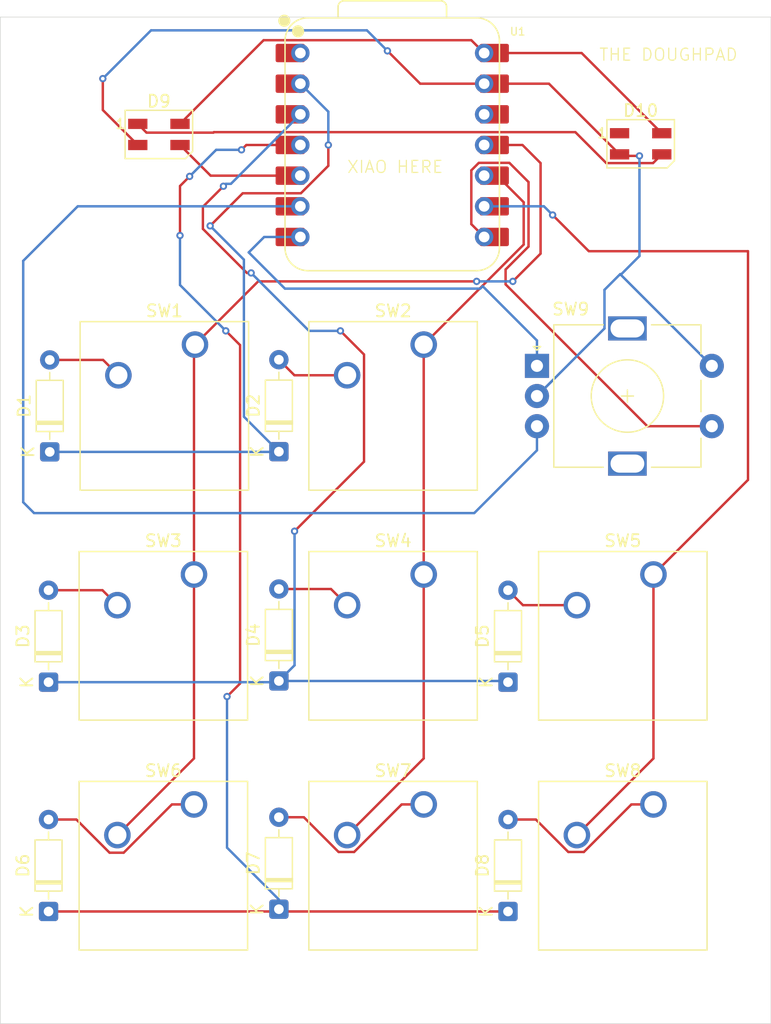
<source format=kicad_pcb>
(kicad_pcb (version 20241229) (generator "pcbnew") (generator_version "9.0")
  (layers (0 "F.Cu" signal) (2 "B.Cu" signal) (13 "F.Paste" user) (15 "B.Paste" user) (5 "F.SilkS" user "F.Silkscreen") (7 "B.SilkS" user "B.Silkscreen") (1 "F.Mask" user) (3 "B.Mask" user) (25 "Edge.Cuts" user))
  (net 0 "")
  (net 1 "Net-(D1-A)")
  (net 2 "Net-(D1-K)")
  (net 3 "Net-(D2-A)")
  (net 4 "Net-(D3-K)")
  (net 5 "Net-(D3-A)")
  (net 6 "Net-(D4-A)")
  (net 7 "Net-(D5-A)")
  (net 8 "Net-(D6-K)")
  (net 9 "Net-(D6-A)")
  (net 10 "Net-(D7-A)")
  (net 11 "Net-(D8-A)")
  (net 12 "Net-(D10-DIN)")
  (net 13 "Net-(D9-DIN)")
  (net 14 "+5V")
  (net 15 "GND")
  (net 17 "Net-(U1-GPIO3{slash}MOSI)")
  (net 18 "Net-(U1-GPIO4{slash}MISO)")
  (net 19 "Net-(U1-GPIO2{slash}SCK)")
  (net 20 "Net-(U1-GPIO7{slash}SCL)")
  (net 21 "Net-(U1-GPIO0{slash}TX)")
  (net 22 "Net-(U1-GPIO1{slash}RX)")
  (footprint "Diode_THT:D_DO-35_SOD27_P7.62mm_Horizontal" (layer "F.Cu") (at 118.8 115.71 90)
    (property "Reference" "D2" (at 3.81 -2.12 90) (layer "F.SilkS"))
    (property "Value" "1N5408")
    (fp_line (start 2.53 -1.12) (end 2.53 1.12) (stroke (width 0.12)) (layer "F.SilkS"))
    (fp_line (start 2.41 -1.12) (end 2.41 1.12) (stroke (width 0.12)) (layer "F.SilkS"))
    (fp_line (start 2.29 -1.12) (end 2.29 1.12) (stroke (width 0.12)) (layer "F.SilkS"))
    (fp_line (start 6.58 0) (end 5.93 0) (stroke (width 0.12)) (layer "F.SilkS"))
    (fp_line (start 1.04 0) (end 1.69 0) (stroke (width 0.12)) (layer "F.SilkS"))
    (fp_rect (start 1.69 -1.12) (end 5.93 1.12) (stroke (width 0.12)) (fill no) (layer "F.SilkS"))
    (fp_text user "K" (at 0 -1.8 90) (layer "F.SilkS"))
    (pad "1" thru_hole roundrect (at 0 0 90) (size 1.6 1.6) (drill 0.8) (layers "*.Cu" "*.Mask") (roundrect_rratio 0.15625) (net 2 "Net-(D1-K)"))
    (pad "2" thru_hole circle (at 7.62 0 90) (size 1.6 1.6) (drill 0.8) (layers "*.Cu" "*.Mask") (net 3 "Net-(D2-A)"))
  )
  (footprint "LED_SMD:LED_SK6812MINI_PLCC4_3.5x3.5mm_P1.75mm" (layer "F.Cu") (at 148.8 90.2)
    (property "Reference" "D10" (at 0 -2.75 0) (layer "F.SilkS"))
    (property "Value" "SK6812MINI")
    (fp_line (start -2.8 -2) (end -2.8 2) (stroke (width 0.12)) (layer "F.SilkS"))
    (fp_line (start -2.8 -2) (end 2.8 -2) (stroke (width 0.12)) (layer "F.SilkS"))
    (fp_line (start -2.8 2) (end 2.2 2) (stroke (width 0.12)) (layer "F.SilkS"))
    (fp_line (start 2.8 1.4) (end 2.2 2) (stroke (width 0.12)) (layer "F.SilkS"))
    (fp_line (start 2.8 1.4) (end 2.8 -2) (stroke (width 0.12)) (layer "F.SilkS"))
    (fp_text user "1" (at -3.2 -0.875 0) (layer "F.SilkS") (effects (font (size 0.8 0.8))))
    (pad "1" smd rect (at -1.75 -0.875) (size 1.6 0.85) (layers "F.Cu" "F.Mask" "F.Paste"))
    (pad "2" smd rect (at -1.75 0.875) (size 1.6 0.85) (layers "F.Cu" "F.Mask" "F.Paste") (net 15 "GND"))
    (pad "3" smd rect (at 1.75 0.875) (size 1.6 0.85) (layers "F.Cu" "F.Mask" "F.Paste") (net 12 "Net-(D10-DIN)"))
    (pad "4" smd rect (at 1.75 -0.875) (size 1.6 0.85) (layers "F.Cu" "F.Mask" "F.Paste") (net 14 "+5V"))
  )
  (footprint "Button_Switch_Keyboard:SW_Cherry_MX_1.00u_PCB" (layer "F.Cu") (at 111.8435 106.83875)
    (property "Reference" "SW1" (at -2.54 -2.794 0) (layer "F.SilkS"))
    (property "Value" "SW_Push")
    (fp_line (start -9.525 -1.905) (end 4.445 -1.905) (stroke (width 0.12)) (layer "F.SilkS"))
    (fp_line (start -9.525 12.065) (end -9.525 -1.905) (stroke (width 0.12)) (layer "F.SilkS"))
    (fp_line (start 4.445 -1.905) (end 4.445 12.065) (stroke (width 0.12)) (layer "F.SilkS"))
    (fp_line (start 4.445 12.065) (end -9.525 12.065) (stroke (width 0.12)) (layer "F.SilkS"))
    (pad "" np_thru_hole circle (at -7.62 5.08) (size 1.7 1.7) (drill 1.7) (layers "*.Cu" "*.Mask"))
    (pad "" np_thru_hole circle (at -2.54 5.08) (size 4 4) (drill 4) (layers "*.Cu" "*.Mask"))
    (pad "" np_thru_hole circle (at 2.54 5.08) (size 1.7 1.7) (drill 1.7) (layers "*.Cu" "*.Mask"))
    (pad "1" thru_hole circle (at 0 0) (size 2.2 2.2) (drill 1.5) (layers "*.Cu" "*.Mask") (net 17 "Net-(U1-GPIO3{slash}MOSI)"))
    (pad "2" thru_hole circle (at -6.35 2.54) (size 2.2 2.2) (drill 1.5) (layers "*.Cu" "*.Mask") (net 1 "Net-(D1-A)"))
  )
  (footprint "Diode_THT:D_DO-35_SOD27_P7.62mm_Horizontal" (layer "F.Cu") (at 99.8 115.72875 90)
    (property "Reference" "D1" (at 3.81 -2.12 90) (layer "F.SilkS"))
    (property "Value" "1N5408")
    (fp_line (start 2.53 -1.12) (end 2.53 1.12) (stroke (width 0.12)) (layer "F.SilkS"))
    (fp_line (start 2.41 -1.12) (end 2.41 1.12) (stroke (width 0.12)) (layer "F.SilkS"))
    (fp_line (start 2.29 -1.12) (end 2.29 1.12) (stroke (width 0.12)) (layer "F.SilkS"))
    (fp_line (start 6.58 0) (end 5.93 0) (stroke (width 0.12)) (layer "F.SilkS"))
    (fp_line (start 1.04 0) (end 1.69 0) (stroke (width 0.12)) (layer "F.SilkS"))
    (fp_rect (start 1.69 -1.12) (end 5.93 1.12) (stroke (width 0.12)) (fill no) (layer "F.SilkS"))
    (fp_text user "K" (at 0 -1.8 90) (layer "F.SilkS"))
    (pad "1" thru_hole roundrect (at 0 0 90) (size 1.6 1.6) (drill 0.8) (layers "*.Cu" "*.Mask") (roundrect_rratio 0.15625) (net 2 "Net-(D1-K)"))
    (pad "2" thru_hole circle (at 7.62 0 90) (size 1.6 1.6) (drill 0.8) (layers "*.Cu" "*.Mask") (net 1 "Net-(D1-A)"))
  )
  (footprint "LED_SMD:LED_SK6812MINI_PLCC4_3.5x3.5mm_P1.75mm" (layer "F.Cu") (at 108.85 89.425)
    (property "Reference" "D9" (at 0 -2.75 0) (layer "F.SilkS"))
    (property "Value" "SK6812MINI")
    (fp_line (start -2.8 -2) (end -2.8 2) (stroke (width 0.12)) (layer "F.SilkS"))
    (fp_line (start -2.8 -2) (end 2.8 -2) (stroke (width 0.12)) (layer "F.SilkS"))
    (fp_line (start -2.8 2) (end 2.2 2) (stroke (width 0.12)) (layer "F.SilkS"))
    (fp_line (start 2.8 1.4) (end 2.2 2) (stroke (width 0.12)) (layer "F.SilkS"))
    (fp_line (start 2.8 1.4) (end 2.8 -2) (stroke (width 0.12)) (layer "F.SilkS"))
    (fp_text user "1" (at -3.2 -0.875 0) (layer "F.SilkS") (effects (font (size 0.8 0.8))))
    (pad "1" smd rect (at -1.75 -0.875) (size 1.6 0.85) (layers "F.Cu" "F.Mask" "F.Paste") (net 12 "Net-(D10-DIN)"))
    (pad "2" smd rect (at -1.75 0.875) (size 1.6 0.85) (layers "F.Cu" "F.Mask" "F.Paste") (net 15 "GND"))
    (pad "3" smd rect (at 1.75 0.875) (size 1.6 0.85) (layers "F.Cu" "F.Mask" "F.Paste") (net 13 "Net-(D9-DIN)"))
    (pad "4" smd rect (at 1.75 -0.875) (size 1.6 0.85) (layers "F.Cu" "F.Mask" "F.Paste") (net 14 "+5V"))
  )
  (footprint "Diode_THT:D_DO-35_SOD27_P7.62mm_Horizontal" (layer "F.Cu") (at 137.8 134.81 90)
    (property "Reference" "D5" (at 3.81 -2.12 90) (layer "F.SilkS"))
    (property "Value" "1N5408")
    (fp_line (start 2.53 -1.12) (end 2.53 1.12) (stroke (width 0.12)) (layer "F.SilkS"))
    (fp_line (start 2.41 -1.12) (end 2.41 1.12) (stroke (width 0.12)) (layer "F.SilkS"))
    (fp_line (start 2.29 -1.12) (end 2.29 1.12) (stroke (width 0.12)) (layer "F.SilkS"))
    (fp_line (start 6.58 0) (end 5.93 0) (stroke (width 0.12)) (layer "F.SilkS"))
    (fp_line (start 1.04 0) (end 1.69 0) (stroke (width 0.12)) (layer "F.SilkS"))
    (fp_rect (start 1.69 -1.12) (end 5.93 1.12) (stroke (width 0.12)) (fill no) (layer "F.SilkS"))
    (fp_text user "K" (at 0 -1.8 90) (layer "F.SilkS"))
    (pad "1" thru_hole roundrect (at 0 0 90) (size 1.6 1.6) (drill 0.8) (layers "*.Cu" "*.Mask") (roundrect_rratio 0.15625) (net 4 "Net-(D3-K)"))
    (pad "2" thru_hole circle (at 7.62 0 90) (size 1.6 1.6) (drill 0.8) (layers "*.Cu" "*.Mask") (net 7 "Net-(D5-A)"))
  )
  (footprint "Button_Switch_Keyboard:SW_Cherry_MX_1.00u_PCB" (layer "F.Cu") (at 111.76 144.93875)
    (property "Reference" "SW6" (at -2.54 -2.794 0) (layer "F.SilkS"))
    (property "Value" "SW_Push")
    (fp_line (start -9.525 -1.905) (end 4.445 -1.905) (stroke (width 0.12)) (layer "F.SilkS"))
    (fp_line (start -9.525 12.065) (end -9.525 -1.905) (stroke (width 0.12)) (layer "F.SilkS"))
    (fp_line (start 4.445 -1.905) (end 4.445 12.065) (stroke (width 0.12)) (layer "F.SilkS"))
    (fp_line (start 4.445 12.065) (end -9.525 12.065) (stroke (width 0.12)) (layer "F.SilkS"))
    (pad "" np_thru_hole circle (at -7.62 5.08) (size 1.7 1.7) (drill 1.7) (layers "*.Cu" "*.Mask"))
    (pad "" np_thru_hole circle (at -2.54 5.08) (size 4 4) (drill 4) (layers "*.Cu" "*.Mask"))
    (pad "" np_thru_hole circle (at 2.54 5.08) (size 1.7 1.7) (drill 1.7) (layers "*.Cu" "*.Mask"))
    (pad "1" thru_hole circle (at 0 0) (size 2.2 2.2) (drill 1.5) (layers "*.Cu" "*.Mask") (net 9 "Net-(D6-A)"))
    (pad "2" thru_hole circle (at -6.35 2.54) (size 2.2 2.2) (drill 1.5) (layers "*.Cu" "*.Mask") (net 17 "Net-(U1-GPIO3{slash}MOSI)"))
  )
  (footprint "Diode_THT:D_DO-35_SOD27_P7.62mm_Horizontal" (layer "F.Cu") (at 118.8 153.62 90)
    (property "Reference" "D7" (at 3.81 -2.12 90) (layer "F.SilkS"))
    (property "Value" "1N5408")
    (fp_line (start 2.53 -1.12) (end 2.53 1.12) (stroke (width 0.12)) (layer "F.SilkS"))
    (fp_line (start 2.41 -1.12) (end 2.41 1.12) (stroke (width 0.12)) (layer "F.SilkS"))
    (fp_line (start 2.29 -1.12) (end 2.29 1.12) (stroke (width 0.12)) (layer "F.SilkS"))
    (fp_line (start 6.58 0) (end 5.93 0) (stroke (width 0.12)) (layer "F.SilkS"))
    (fp_line (start 1.04 0) (end 1.69 0) (stroke (width 0.12)) (layer "F.SilkS"))
    (fp_rect (start 1.69 -1.12) (end 5.93 1.12) (stroke (width 0.12)) (fill no) (layer "F.SilkS"))
    (fp_text user "K" (at 0 -1.8 90) (layer "F.SilkS"))
    (pad "1" thru_hole roundrect (at 0 0 90) (size 1.6 1.6) (drill 0.8) (layers "*.Cu" "*.Mask") (roundrect_rratio 0.15625) (net 8 "Net-(D6-K)"))
    (pad "2" thru_hole circle (at 7.62 0 90) (size 1.6 1.6) (drill 0.8) (layers "*.Cu" "*.Mask") (net 10 "Net-(D7-A)"))
  )
  (footprint "Button_Switch_Keyboard:SW_Cherry_MX_1.00u_PCB" (layer "F.Cu") (at 111.76 125.88875)
    (property "Reference" "SW3" (at -2.54 -2.794 0) (layer "F.SilkS"))
    (property "Value" "SW_Push")
    (fp_line (start -9.525 -1.905) (end 4.445 -1.905) (stroke (width 0.12)) (layer "F.SilkS"))
    (fp_line (start -9.525 12.065) (end -9.525 -1.905) (stroke (width 0.12)) (layer "F.SilkS"))
    (fp_line (start 4.445 -1.905) (end 4.445 12.065) (stroke (width 0.12)) (layer "F.SilkS"))
    (fp_line (start 4.445 12.065) (end -9.525 12.065) (stroke (width 0.12)) (layer "F.SilkS"))
    (pad "" np_thru_hole circle (at -7.62 5.08) (size 1.7 1.7) (drill 1.7) (layers "*.Cu" "*.Mask"))
    (pad "" np_thru_hole circle (at -2.54 5.08) (size 4 4) (drill 4) (layers "*.Cu" "*.Mask"))
    (pad "" np_thru_hole circle (at 2.54 5.08) (size 1.7 1.7) (drill 1.7) (layers "*.Cu" "*.Mask"))
    (pad "1" thru_hole circle (at 0 0) (size 2.2 2.2) (drill 1.5) (layers "*.Cu" "*.Mask") (net 17 "Net-(U1-GPIO3{slash}MOSI)"))
    (pad "2" thru_hole circle (at -6.35 2.54) (size 2.2 2.2) (drill 1.5) (layers "*.Cu" "*.Mask") (net 5 "Net-(D3-A)"))
  )
  (footprint "Button_Switch_Keyboard:SW_Cherry_MX_1.00u_PCB" (layer "F.Cu") (at 130.81 144.93875)
    (property "Reference" "SW7" (at -2.54 -2.794 0) (layer "F.SilkS"))
    (property "Value" "SW_Push")
    (fp_line (start -9.525 -1.905) (end 4.445 -1.905) (stroke (width 0.12)) (layer "F.SilkS"))
    (fp_line (start -9.525 12.065) (end -9.525 -1.905) (stroke (width 0.12)) (layer "F.SilkS"))
    (fp_line (start 4.445 -1.905) (end 4.445 12.065) (stroke (width 0.12)) (layer "F.SilkS"))
    (fp_line (start 4.445 12.065) (end -9.525 12.065) (stroke (width 0.12)) (layer "F.SilkS"))
    (pad "" np_thru_hole circle (at -7.62 5.08) (size 1.7 1.7) (drill 1.7) (layers "*.Cu" "*.Mask"))
    (pad "" np_thru_hole circle (at -2.54 5.08) (size 4 4) (drill 4) (layers "*.Cu" "*.Mask"))
    (pad "" np_thru_hole circle (at 2.54 5.08) (size 1.7 1.7) (drill 1.7) (layers "*.Cu" "*.Mask"))
    (pad "1" thru_hole circle (at 0 0) (size 2.2 2.2) (drill 1.5) (layers "*.Cu" "*.Mask") (net 10 "Net-(D7-A)"))
    (pad "2" thru_hole circle (at -6.35 2.54) (size 2.2 2.2) (drill 1.5) (layers "*.Cu" "*.Mask") (net 18 "Net-(U1-GPIO4{slash}MISO)"))
  )
  (footprint "OPL:XIAO-RP2040-DIP" (layer "F.Cu") (at 128.2 90.3)
    (property "Reference" "U1" (at 10.4 -9.4 0) (layer "F.SilkS") (effects (font (size 0.635 0.635) (thickness 0.1016))))
    (property "Value" "XIAO-RP2040-DIP")
    (fp_line (start -8.89 8.509) (end -8.89 -8.636) (stroke (width 0.127)) (layer "F.SilkS"))
    (fp_line (start -6.985 10.414) (end 6.985 10.414) (stroke (width 0.127)) (layer "F.SilkS"))
    (fp_line (start -4.495 -10.541) (end -4.491272 -11.451272) (stroke (width 0.127)) (layer "F.SilkS"))
    (fp_line (start -3.991272 -11.951) (end 4.004 -11.951) (stroke (width 0.127)) (layer "F.SilkS"))
    (fp_line (start 4.504 -11.451) (end 4.504 -10.541) (stroke (width 0.127)) (layer "F.SilkS"))
    (fp_line (start 6.985 -10.541) (end -6.985 -10.541) (stroke (width 0.1)) (layer "F.SilkS"))
    (fp_line (start 6.985 -10.541) (end -6.985 -10.541) (stroke (width 0.127)) (layer "F.SilkS"))
    (fp_line (start 8.89 8.509) (end 8.89 -8.636) (stroke (width 0.127)) (layer "F.SilkS"))
    (fp_arc (start -8.89 -8.636) (mid -8.332038 -9.983038) (end -6.985 -10.541) (stroke (width 0.127)) (layer "F.SilkS"))
    (fp_arc (start -6.985 10.414) (mid -8.332038 9.856038) (end -8.89 8.509) (stroke (width 0.127)) (layer "F.SilkS"))
    (fp_arc (start -4.491272 -11.451272) (mid -4.344728 -11.80464) (end -3.991272 -11.951) (stroke (width 0.127)) (layer "F.SilkS"))
    (fp_arc (start 4.004 -11.951) (mid 4.357553 -11.804553) (end 4.504 -11.451) (stroke (width 0.127)) (layer "F.SilkS"))
    (fp_arc (start 6.985 -10.541) (mid 8.332038 -9.983038) (end 8.89 -8.636) (stroke (width 0.127)) (layer "F.SilkS"))
    (fp_arc (start 8.89 8.509) (mid 8.332038 9.856038) (end 6.985 10.414) (stroke (width 0.127)) (layer "F.SilkS"))
    (fp_circle (center -8.95 -10.3) (end -8.95 -10.554) (stroke (width 0.5)) (fill yes) (layer "F.SilkS"))
    (fp_circle (center -7.807 -9.42) (end -7.807 -9.674) (stroke (width 0.5)) (fill yes) (layer "F.SilkS"))
    (pad "1" smd roundrect (at -8.455 -7.62 180) (size 2.432 1.524) (layers "F.Cu" "F.Mask") (roundrect_rratio 0.1))
    (pad "1" thru_hole circle (at -7.62 -7.62 180) (size 1.524 1.524) (drill 0.889) (layers "*.Cu" "*.Mask"))
    (pad "2" smd roundrect (at -8.455 -5.08 180) (size 2.432 1.524) (layers "F.Cu" "F.Mask") (roundrect_rratio 0.1) (net 2 "Net-(D1-K)"))
    (pad "2" thru_hole circle (at -7.62 -5.08 180) (size 1.524 1.524) (drill 0.889) (layers "*.Cu" "*.Mask") (net 2 "Net-(D1-K)"))
    (pad "3" smd roundrect (at -8.455 -2.54 180) (size 2.432 1.524) (layers "F.Cu" "F.Mask") (roundrect_rratio 0.1) (net 4 "Net-(D3-K)"))
    (pad "3" thru_hole circle (at -7.62 -2.54 180) (size 1.524 1.524) (drill 0.889) (layers "*.Cu" "*.Mask") (net 4 "Net-(D3-K)"))
    (pad "4" smd roundrect (at -8.455 0 180) (size 2.432 1.524) (layers "F.Cu" "F.Mask") (roundrect_rratio 0.1) (net 8 "Net-(D6-K)"))
    (pad "4" thru_hole circle (at -7.62 0 180) (size 1.524 1.524) (drill 0.889) (layers "*.Cu" "*.Mask") (net 8 "Net-(D6-K)"))
    (pad "5" smd roundrect (at -8.455 2.54 180) (size 2.432 1.524) (layers "F.Cu" "F.Mask") (roundrect_rratio 0.1) (net 13 "Net-(D9-DIN)"))
    (pad "5" thru_hole circle (at -7.62 2.54 180) (size 1.524 1.524) (drill 0.889) (layers "*.Cu" "*.Mask") (net 13 "Net-(D9-DIN)"))
    (pad "6" smd roundrect (at -8.455 5.08 180) (size 2.432 1.524) (layers "F.Cu" "F.Mask") (roundrect_rratio 0.1) (net 20 "Net-(U1-GPIO7{slash}SCL)"))
    (pad "6" thru_hole circle (at -7.62 5.08 180) (size 1.524 1.524) (drill 0.889) (layers "*.Cu" "*.Mask") (net 20 "Net-(U1-GPIO7{slash}SCL)"))
    (pad "7" smd roundrect (at -8.455 7.62 180) (size 2.432 1.524) (layers "F.Cu" "F.Mask") (roundrect_rratio 0.1) (net 21 "Net-(U1-GPIO0{slash}TX)"))
    (pad "7" thru_hole circle (at -7.62 7.62 180) (size 1.524 1.524) (drill 0.889) (layers "*.Cu" "*.Mask") (net 21 "Net-(U1-GPIO0{slash}TX)"))
    (pad "8" thru_hole circle (at 7.62 7.62) (size 1.524 1.524) (drill 0.889) (layers "*.Cu" "*.Mask") (net 22 "Net-(U1-GPIO1{slash}RX)"))
    (pad "8" smd roundrect (at 8.455 7.62) (size 2.432 1.524) (layers "F.Cu" "F.Mask") (roundrect_rratio 0.1) (net 22 "Net-(U1-GPIO1{slash}RX)"))
    (pad "9" thru_hole circle (at 7.62 5.08) (size 1.524 1.524) (drill 0.889) (layers "*.Cu" "*.Mask") (net 19 "Net-(U1-GPIO2{slash}SCK)"))
    (pad "9" smd roundrect (at 8.455 5.08) (size 2.432 1.524) (layers "F.Cu" "F.Mask") (roundrect_rratio 0.1) (net 19 "Net-(U1-GPIO2{slash}SCK)"))
    (pad "10" thru_hole circle (at 7.62 2.54) (size 1.524 1.524) (drill 0.889) (layers "*.Cu" "*.Mask") (net 18 "Net-(U1-GPIO4{slash}MISO)"))
    (pad "10" smd roundrect (at 8.455 2.54) (size 2.432 1.524) (layers "F.Cu" "F.Mask") (roundrect_rratio 0.1) (net 18 "Net-(U1-GPIO4{slash}MISO)"))
    (pad "11" thru_hole circle (at 7.62 0) (size 1.524 1.524) (drill 0.889) (layers "*.Cu" "*.Mask") (net 17 "Net-(U1-GPIO3{slash}MOSI)"))
    (pad "11" smd roundrect (at 8.455 0) (size 2.432 1.524) (layers "F.Cu" "F.Mask") (roundrect_rratio 0.1) (net 17 "Net-(U1-GPIO3{slash}MOSI)"))
    (pad "12" thru_hole circle (at 7.62 -2.54) (size 1.524 1.524) (drill 0.889) (layers "*.Cu" "*.Mask"))
    (pad "12" smd roundrect (at 8.455 -2.54) (size 2.432 1.524) (layers "F.Cu" "F.Mask") (roundrect_rratio 0.1))
    (pad "13" thru_hole circle (at 7.62 -5.08) (size 1.524 1.524) (drill 0.889) (layers "*.Cu" "*.Mask") (net 15 "GND"))
    (pad "13" smd roundrect (at 8.455 -5.08) (size 2.432 1.524) (layers "F.Cu" "F.Mask") (roundrect_rratio 0.1) (net 15 "GND"))
    (pad "14" thru_hole circle (at 7.62 -7.62) (size 1.524 1.524) (drill 0.889) (layers "*.Cu" "*.Mask") (net 14 "+5V"))
    (pad "14" smd roundrect (at 8.455 -7.62) (size 2.432 1.524) (layers "F.Cu" "F.Mask") (roundrect_rratio 0.1) (net 14 "+5V"))
  )
  (footprint "Diode_THT:D_DO-35_SOD27_P7.62mm_Horizontal" (layer "F.Cu") (at 118.8 134.71 90)
    (property "Reference" "D4" (at 3.81 -2.12 90) (layer "F.SilkS"))
    (property "Value" "1N5408")
    (fp_line (start 2.53 -1.12) (end 2.53 1.12) (stroke (width 0.12)) (layer "F.SilkS"))
    (fp_line (start 2.41 -1.12) (end 2.41 1.12) (stroke (width 0.12)) (layer "F.SilkS"))
    (fp_line (start 2.29 -1.12) (end 2.29 1.12) (stroke (width 0.12)) (layer "F.SilkS"))
    (fp_line (start 6.58 0) (end 5.93 0) (stroke (width 0.12)) (layer "F.SilkS"))
    (fp_line (start 1.04 0) (end 1.69 0) (stroke (width 0.12)) (layer "F.SilkS"))
    (fp_rect (start 1.69 -1.12) (end 5.93 1.12) (stroke (width 0.12)) (fill no) (layer "F.SilkS"))
    (fp_text user "K" (at 0 -1.8 90) (layer "F.SilkS"))
    (pad "1" thru_hole roundrect (at 0 0 90) (size 1.6 1.6) (drill 0.8) (layers "*.Cu" "*.Mask") (roundrect_rratio 0.15625) (net 4 "Net-(D3-K)"))
    (pad "2" thru_hole circle (at 7.62 0 90) (size 1.6 1.6) (drill 0.8) (layers "*.Cu" "*.Mask") (net 6 "Net-(D4-A)"))
  )
  (footprint "Rotary_Encoder:RotaryEncoder_Alps_EC11E-Switch_Vertical_H20mm" (layer "F.Cu") (at 140.2 108.6)
    (property "Reference" "SW9" (at 2.8 -4.7 0) (layer "F.SilkS"))
    (property "Value" "RotaryEncoder_Switch")
    (fp_line (start -0.3 -1.6) (end 0.3 -1.6) (stroke (width 0.12)) (layer "F.SilkS"))
    (fp_line (start 0 -1.3) (end -0.3 -1.6) (stroke (width 0.12)) (layer "F.SilkS"))
    (fp_line (start 0.3 -1.6) (end 0 -1.3) (stroke (width 0.12)) (layer "F.SilkS"))
    (fp_line (start 1.4 -3.4) (end 1.4 8.4) (stroke (width 0.12)) (layer "F.SilkS"))
    (fp_line (start 5.5 -3.4) (end 1.4 -3.4) (stroke (width 0.12)) (layer "F.SilkS"))
    (fp_line (start 5.5 8.4) (end 1.4 8.4) (stroke (width 0.12)) (layer "F.SilkS"))
    (fp_line (start 7 2.5) (end 8 2.5) (stroke (width 0.12)) (layer "F.SilkS"))
    (fp_line (start 7.5 2) (end 7.5 3) (stroke (width 0.12)) (layer "F.SilkS"))
    (fp_line (start 9.5 -3.4) (end 13.6 -3.4) (stroke (width 0.12)) (layer "F.SilkS"))
    (fp_line (start 13.6 -3.4) (end 13.6 -1) (stroke (width 0.12)) (layer "F.SilkS"))
    (fp_line (start 13.6 1.2) (end 13.6 3.8) (stroke (width 0.12)) (layer "F.SilkS"))
    (fp_line (start 13.6 6) (end 13.6 8.4) (stroke (width 0.12)) (layer "F.SilkS"))
    (fp_line (start 13.6 8.4) (end 9.5 8.4) (stroke (width 0.12)) (layer "F.SilkS"))
    (fp_circle (center 7.5 2.5) (end 10.5 2.5) (stroke (width 0.12)) (fill no) (layer "F.SilkS"))
    (pad "A" thru_hole rect (at 0 0) (size 2 2) (drill 1) (layers "*.Cu" "*.Mask") (net 21 "Net-(U1-GPIO0{slash}TX)"))
    (pad "B" thru_hole circle (at 0 5) (size 2 2) (drill 1) (layers "*.Cu" "*.Mask") (net 20 "Net-(U1-GPIO7{slash}SCL)"))
    (pad "C" thru_hole circle (at 0 2.5) (size 2 2) (drill 1) (layers "*.Cu" "*.Mask") (net 15 "GND"))
    (pad "MP" thru_hole rect (at 7.5 -3.1) (size 3.2 2) (drill oval 2.8 1.5) (layers "*.Cu" "*.Mask"))
    (pad "MP" thru_hole rect (at 7.5 8.1) (size 3.2 2) (drill oval 2.8 1.5) (layers "*.Cu" "*.Mask"))
    (pad "S1" thru_hole circle (at 14.5 5) (size 2 2) (drill 1) (layers "*.Cu" "*.Mask") (net 22 "Net-(U1-GPIO1{slash}RX)"))
    (pad "S2" thru_hole circle (at 14.5 0) (size 2 2) (drill 1) (layers "*.Cu" "*.Mask") (net 15 "GND"))
  )
  (footprint "Diode_THT:D_DO-35_SOD27_P7.62mm_Horizontal" (layer "F.Cu") (at 99.7 153.81 90)
    (property "Reference" "D6" (at 3.81 -2.12 90) (layer "F.SilkS"))
    (property "Value" "1N5408")
    (fp_line (start 2.53 -1.12) (end 2.53 1.12) (stroke (width 0.12)) (layer "F.SilkS"))
    (fp_line (start 2.41 -1.12) (end 2.41 1.12) (stroke (width 0.12)) (layer "F.SilkS"))
    (fp_line (start 2.29 -1.12) (end 2.29 1.12) (stroke (width 0.12)) (layer "F.SilkS"))
    (fp_line (start 6.58 0) (end 5.93 0) (stroke (width 0.12)) (layer "F.SilkS"))
    (fp_line (start 1.04 0) (end 1.69 0) (stroke (width 0.12)) (layer "F.SilkS"))
    (fp_rect (start 1.69 -1.12) (end 5.93 1.12) (stroke (width 0.12)) (fill no) (layer "F.SilkS"))
    (fp_text user "K" (at 0 -1.8 90) (layer "F.SilkS"))
    (pad "1" thru_hole roundrect (at 0 0 90) (size 1.6 1.6) (drill 0.8) (layers "*.Cu" "*.Mask") (roundrect_rratio 0.15625) (net 8 "Net-(D6-K)"))
    (pad "2" thru_hole circle (at 7.62 0 90) (size 1.6 1.6) (drill 0.8) (layers "*.Cu" "*.Mask") (net 9 "Net-(D6-A)"))
  )
  (footprint "Button_Switch_Keyboard:SW_Cherry_MX_1.00u_PCB" (layer "F.Cu") (at 130.81 125.88875)
    (property "Reference" "SW4" (at -2.54 -2.794 0) (layer "F.SilkS"))
    (property "Value" "SW_Push")
    (fp_line (start -9.525 -1.905) (end 4.445 -1.905) (stroke (width 0.12)) (layer "F.SilkS"))
    (fp_line (start -9.525 12.065) (end -9.525 -1.905) (stroke (width 0.12)) (layer "F.SilkS"))
    (fp_line (start 4.445 -1.905) (end 4.445 12.065) (stroke (width 0.12)) (layer "F.SilkS"))
    (fp_line (start 4.445 12.065) (end -9.525 12.065) (stroke (width 0.12)) (layer "F.SilkS"))
    (pad "" np_thru_hole circle (at -7.62 5.08) (size 1.7 1.7) (drill 1.7) (layers "*.Cu" "*.Mask"))
    (pad "" np_thru_hole circle (at -2.54 5.08) (size 4 4) (drill 4) (layers "*.Cu" "*.Mask"))
    (pad "" np_thru_hole circle (at 2.54 5.08) (size 1.7 1.7) (drill 1.7) (layers "*.Cu" "*.Mask"))
    (pad "1" thru_hole circle (at 0 0) (size 2.2 2.2) (drill 1.5) (layers "*.Cu" "*.Mask") (net 18 "Net-(U1-GPIO4{slash}MISO)"))
    (pad "2" thru_hole circle (at -6.35 2.54) (size 2.2 2.2) (drill 1.5) (layers "*.Cu" "*.Mask") (net 6 "Net-(D4-A)"))
  )
  (footprint "Diode_THT:D_DO-35_SOD27_P7.62mm_Horizontal" (layer "F.Cu") (at 137.8 153.81 90)
    (property "Reference" "D8" (at 3.81 -2.12 90) (layer "F.SilkS"))
    (property "Value" "1N5408")
    (fp_line (start 2.53 -1.12) (end 2.53 1.12) (stroke (width 0.12)) (layer "F.SilkS"))
    (fp_line (start 2.41 -1.12) (end 2.41 1.12) (stroke (width 0.12)) (layer "F.SilkS"))
    (fp_line (start 2.29 -1.12) (end 2.29 1.12) (stroke (width 0.12)) (layer "F.SilkS"))
    (fp_line (start 6.58 0) (end 5.93 0) (stroke (width 0.12)) (layer "F.SilkS"))
    (fp_line (start 1.04 0) (end 1.69 0) (stroke (width 0.12)) (layer "F.SilkS"))
    (fp_rect (start 1.69 -1.12) (end 5.93 1.12) (stroke (width 0.12)) (fill no) (layer "F.SilkS"))
    (fp_text user "K" (at 0 -1.8 90) (layer "F.SilkS"))
    (pad "1" thru_hole roundrect (at 0 0 90) (size 1.6 1.6) (drill 0.8) (layers "*.Cu" "*.Mask") (roundrect_rratio 0.15625) (net 8 "Net-(D6-K)"))
    (pad "2" thru_hole circle (at 7.62 0 90) (size 1.6 1.6) (drill 0.8) (layers "*.Cu" "*.Mask") (net 11 "Net-(D8-A)"))
  )
  (footprint "Button_Switch_Keyboard:SW_Cherry_MX_1.00u_PCB" (layer "F.Cu") (at 149.86 144.93875)
    (property "Reference" "SW8" (at -2.54 -2.794 0) (layer "F.SilkS"))
    (property "Value" "SW_Push")
    (fp_line (start -9.525 -1.905) (end 4.445 -1.905) (stroke (width 0.12)) (layer "F.SilkS"))
    (fp_line (start -9.525 12.065) (end -9.525 -1.905) (stroke (width 0.12)) (layer "F.SilkS"))
    (fp_line (start 4.445 -1.905) (end 4.445 12.065) (stroke (width 0.12)) (layer "F.SilkS"))
    (fp_line (start 4.445 12.065) (end -9.525 12.065) (stroke (width 0.12)) (layer "F.SilkS"))
    (pad "" np_thru_hole circle (at -7.62 5.08) (size 1.7 1.7) (drill 1.7) (layers "*.Cu" "*.Mask"))
    (pad "" np_thru_hole circle (at -2.54 5.08) (size 4 4) (drill 4) (layers "*.Cu" "*.Mask"))
    (pad "" np_thru_hole circle (at 2.54 5.08) (size 1.7 1.7) (drill 1.7) (layers "*.Cu" "*.Mask"))
    (pad "1" thru_hole circle (at 0 0) (size 2.2 2.2) (drill 1.5) (layers "*.Cu" "*.Mask") (net 11 "Net-(D8-A)"))
    (pad "2" thru_hole circle (at -6.35 2.54) (size 2.2 2.2) (drill 1.5) (layers "*.Cu" "*.Mask") (net 19 "Net-(U1-GPIO2{slash}SCK)"))
  )
  (footprint "Diode_THT:D_DO-35_SOD27_P7.62mm_Horizontal" (layer "F.Cu") (at 99.7 134.81 90)
    (property "Reference" "D3" (at 3.81 -2.12 90) (layer "F.SilkS"))
    (property "Value" "1N5408")
    (fp_line (start 2.53 -1.12) (end 2.53 1.12) (stroke (width 0.12)) (layer "F.SilkS"))
    (fp_line (start 2.41 -1.12) (end 2.41 1.12) (stroke (width 0.12)) (layer "F.SilkS"))
    (fp_line (start 2.29 -1.12) (end 2.29 1.12) (stroke (width 0.12)) (layer "F.SilkS"))
    (fp_line (start 6.58 0) (end 5.93 0) (stroke (width 0.12)) (layer "F.SilkS"))
    (fp_line (start 1.04 0) (end 1.69 0) (stroke (width 0.12)) (layer "F.SilkS"))
    (fp_rect (start 1.69 -1.12) (end 5.93 1.12) (stroke (width 0.12)) (fill no) (layer "F.SilkS"))
    (fp_text user "K" (at 0 -1.8 90) (layer "F.SilkS"))
    (pad "1" thru_hole roundrect (at 0 0 90) (size 1.6 1.6) (drill 0.8) (layers "*.Cu" "*.Mask") (roundrect_rratio 0.15625) (net 4 "Net-(D3-K)"))
    (pad "2" thru_hole circle (at 7.62 0 90) (size 1.6 1.6) (drill 0.8) (layers "*.Cu" "*.Mask") (net 5 "Net-(D3-A)"))
  )
  (footprint "Button_Switch_Keyboard:SW_Cherry_MX_1.00u_PCB" (layer "F.Cu") (at 130.81 106.83875)
    (property "Reference" "SW2" (at -2.54 -2.794 0) (layer "F.SilkS"))
    (property "Value" "SW_Push")
    (fp_line (start -9.525 -1.905) (end 4.445 -1.905) (stroke (width 0.12)) (layer "F.SilkS"))
    (fp_line (start -9.525 12.065) (end -9.525 -1.905) (stroke (width 0.12)) (layer "F.SilkS"))
    (fp_line (start 4.445 -1.905) (end 4.445 12.065) (stroke (width 0.12)) (layer "F.SilkS"))
    (fp_line (start 4.445 12.065) (end -9.525 12.065) (stroke (width 0.12)) (layer "F.SilkS"))
    (pad "" np_thru_hole circle (at -7.62 5.08) (size 1.7 1.7) (drill 1.7) (layers "*.Cu" "*.Mask"))
    (pad "" np_thru_hole circle (at -2.54 5.08) (size 4 4) (drill 4) (layers "*.Cu" "*.Mask"))
    (pad "" np_thru_hole circle (at 2.54 5.08) (size 1.7 1.7) (drill 1.7) (layers "*.Cu" "*.Mask"))
    (pad "1" thru_hole circle (at 0 0) (size 2.2 2.2) (drill 1.5) (layers "*.Cu" "*.Mask") (net 18 "Net-(U1-GPIO4{slash}MISO)"))
    (pad "2" thru_hole circle (at -6.35 2.54) (size 2.2 2.2) (drill 1.5) (layers "*.Cu" "*.Mask") (net 3 "Net-(D2-A)"))
  )
  (footprint "Button_Switch_Keyboard:SW_Cherry_MX_1.00u_PCB" (layer "F.Cu") (at 149.86 125.88875)
    (property "Reference" "SW5" (at -2.54 -2.794 0) (layer "F.SilkS"))
    (property "Value" "SW_Push")
    (fp_line (start -9.525 -1.905) (end 4.445 -1.905) (stroke (width 0.12)) (layer "F.SilkS"))
    (fp_line (start -9.525 12.065) (end -9.525 -1.905) (stroke (width 0.12)) (layer "F.SilkS"))
    (fp_line (start 4.445 -1.905) (end 4.445 12.065) (stroke (width 0.12)) (layer "F.SilkS"))
    (fp_line (start 4.445 12.065) (end -9.525 12.065) (stroke (width 0.12)) (layer "F.SilkS"))
    (pad "" np_thru_hole circle (at -7.62 5.08) (size 1.7 1.7) (drill 1.7) (layers "*.Cu" "*.Mask"))
    (pad "" np_thru_hole circle (at -2.54 5.08) (size 4 4) (drill 4) (layers "*.Cu" "*.Mask"))
    (pad "" np_thru_hole circle (at 2.54 5.08) (size 1.7 1.7) (drill 1.7) (layers "*.Cu" "*.Mask"))
    (pad "1" thru_hole circle (at 0 0) (size 2.2 2.2) (drill 1.5) (layers "*.Cu" "*.Mask") (net 19 "Net-(U1-GPIO2{slash}SCK)"))
    (pad "2" thru_hole circle (at -6.35 2.54) (size 2.2 2.2) (drill 1.5) (layers "*.Cu" "*.Mask") (net 7 "Net-(D5-A)"))
  )
  (gr_rect (start 95.7 79.7) (end 159.6 163.1) (stroke (width 0.05)) (fill no) (layer "Edge.Cuts"))
  (gr_text "XIAO HERE" (at 124.4 92.7 0) (layer "F.SilkS") (effects (font (size 1 1) (thickness 0.1)) (justify left bottom)))
  (gr_text "THE DOUGHPAD" (at 145.3 83.4 0) (layer "F.SilkS") (effects (font (size 1 1) (thickness 0.1)) (justify left bottom)))
  (segment (start 99.8 108.10875) (end 104.2235 108.10875) (width 0.2) (layer "F.Cu") (net 1))
  (segment (start 104.2235 108.10875) (end 105.4935 109.37875) (width 0.2) (layer "F.Cu") (net 1))
  (segment (start 120.62331 94.3) (end 122.9 92.02331) (width 0.2) (layer "F.Cu") (net 2))
  (segment (start 115.8 94.3) (end 120.62331 94.3) (width 0.2) (layer "F.Cu") (net 2))
  (segment (start 122.9 92.02331) (end 122.9 90.3) (width 0.2) (layer "F.Cu") (net 2))
  (segment (start 113.1 97) (end 115.8 94.3) (width 0.2) (layer "F.Cu") (net 2))
  (via (at 113.1 97) (size 0.6) (drill 0.3) (layers "F.Cu" "B.Cu") (net 2))
  (via (at 122.9 90.3) (size 0.6) (drill 0.3) (layers "F.Cu" "B.Cu") (net 2))
  (segment (start 115.899 99.799) (end 113.1 97) (width 0.2) (layer "B.Cu") (net 2))
  (segment (start 115.899 112.809) (end 115.899 99.799) (width 0.2) (layer "B.Cu") (net 2))
  (segment (start 122.9 90.3) (end 122.9 87.54) (width 0.2) (layer "B.Cu") (net 2))
  (segment (start 122.9 87.54) (end 120.58 85.22) (width 0.2) (layer "B.Cu") (net 2))
  (segment (start 118.8 115.71) (end 115.899 112.809) (width 0.2) (layer "B.Cu") (net 2))
  (segment (start 118.78125 115.72875) (end 118.8 115.71) (width 0.2) (layer "B.Cu") (net 2))
  (segment (start 99.8 115.72875) (end 118.78125 115.72875) (width 0.2) (layer "B.Cu") (net 2))
  (segment (start 120.08875 109.37875) (end 118.8 108.09) (width 0.2) (layer "F.Cu") (net 3))
  (segment (start 124.46 109.37875) (end 120.08875 109.37875) (width 0.2) (layer "F.Cu") (net 3))
  (segment (start 125.861 107.661) (end 123.9 105.7) (width 0.2) (layer "F.Cu") (net 4))
  (segment (start 116.499 100.9) (end 116.150057 100.9) (width 0.2) (layer "F.Cu") (net 4))
  (segment (start 125.861 116.539) (end 125.861 107.661) (width 0.2) (layer "F.Cu") (net 4))
  (segment (start 116.150057 100.9) (end 112.499 97.248943) (width 0.2) (layer "F.Cu") (net 4))
  (segment (start 112.499 97.248943) (end 112.499 95.418) (width 0.2) (layer "F.Cu") (net 4))
  (segment (start 120.1 122.3) (end 125.861 116.539) (width 0.2) (layer "F.Cu") (net 4))
  (segment (start 112.499 95.418) (end 114.2 93.717) (width 0.2) (layer "F.Cu") (net 4))
  (via (at 123.9 105.7) (size 0.6) (drill 0.3) (layers "F.Cu" "B.Cu") (net 4))
  (via (at 120.1 122.3) (size 0.6) (drill 0.3) (layers "F.Cu" "B.Cu") (net 4))
  (via (at 114.2 93.717) (size 0.6) (drill 0.3) (layers "F.Cu" "B.Cu") (net 4))
  (via (at 116.499 100.9) (size 0.6) (drill 0.3) (layers "F.Cu" "B.Cu") (net 4))
  (segment (start 118.8 134.71) (end 137.7 134.71) (width 0.2) (layer "B.Cu") (net 4))
  (segment (start 137.7 134.71) (end 137.8 134.81) (width 0.2) (layer "B.Cu") (net 4))
  (segment (start 118.8 134.71) (end 120.1 133.41) (width 0.2) (layer "B.Cu") (net 4))
  (segment (start 118.7 134.81) (end 118.8 134.71) (width 0.2) (layer "B.Cu") (net 4))
  (segment (start 121.299 105.7) (end 116.499 100.9) (width 0.2) (layer "B.Cu") (net 4))
  (segment (start 114.823 93.517) (end 120.58 87.76) (width 0.2) (layer "B.Cu") (net 4))
  (segment (start 120.1 133.41) (end 120.1 122.3) (width 0.2) (layer "B.Cu") (net 4))
  (segment (start 114.2 93.717) (end 114.4 93.517) (width 0.2) (layer "B.Cu") (net 4))
  (segment (start 114.4 93.517) (end 114.823 93.517) (width 0.2) (layer "B.Cu") (net 4))
  (segment (start 99.7 134.81) (end 118.7 134.81) (width 0.2) (layer "B.Cu") (net 4))
  (segment (start 123.9 105.7) (end 121.299 105.7) (width 0.2) (layer "B.Cu") (net 4))
  (segment (start 99.7 127.19) (end 104.17125 127.19) (width 0.2) (layer "F.Cu") (net 5))
  (segment (start 104.17125 127.19) (end 105.41 128.42875) (width 0.2) (layer "F.Cu") (net 5))
  (segment (start 123.12125 127.09) (end 124.46 128.42875) (width 0.2) (layer "F.Cu") (net 6))
  (segment (start 118.8 127.09) (end 123.12125 127.09) (width 0.2) (layer "F.Cu") (net 6))
  (segment (start 139.03875 128.42875) (end 137.8 127.19) (width 0.2) (layer "F.Cu") (net 7))
  (segment (start 143.51 128.42875) (end 139.03875 128.42875) (width 0.2) (layer "F.Cu") (net 7))
  (segment (start 119.17 153.81) (end 137.8 153.81) (width 0.2) (layer "F.Cu") (net 8))
  (segment (start 110.6 93.7) (end 111.4 92.9) (width 0.2) (layer "F.Cu") (net 8))
  (segment (start 118.98 153.62) (end 119.17 153.81) (width 0.2) (layer "F.Cu") (net 8))
  (segment (start 115.5845 106.8845) (end 114.4 105.7) (width 0.2) (layer "F.Cu") (net 8))
  (segment (start 115.7 90.7) (end 116.1 90.3) (width 0.2) (layer "F.Cu") (net 8))
  (segment (start 116.1 90.3) (end 120.58 90.3) (width 0.2) (layer "F.Cu") (net 8))
  (segment (start 118.61 153.81) (end 118.8 153.62) (width 0.2) (layer "F.Cu") (net 8))
  (segment (start 99.7 153.81) (end 118.61 153.81) (width 0.2) (layer "F.Cu") (net 8))
  (segment (start 115.5845 134.9155) (end 115.5845 106.8845) (width 0.2) (layer "F.Cu") (net 8))
  (segment (start 114.5 136) (end 115.5845 134.9155) (width 0.2) (layer "F.Cu") (net 8))
  (segment (start 118.8 153.62) (end 118.98 153.62) (width 0.2) (layer "F.Cu") (net 8))
  (segment (start 110.6 97.8) (end 110.6 93.7) (width 0.2) (layer "F.Cu") (net 8))
  (via (at 114.4 105.7) (size 0.6) (drill 0.3) (layers "F.Cu" "B.Cu") (net 8))
  (via (at 110.6 97.8) (size 0.6) (drill 0.3) (layers "F.Cu" "B.Cu") (net 8))
  (via (at 114.5 136) (size 0.6) (drill 0.3) (layers "F.Cu" "B.Cu") (net 8))
  (via (at 115.7 90.7) (size 0.6) (drill 0.3) (layers "F.Cu" "B.Cu") (net 8))
  (via (at 111.4 92.9) (size 0.6) (drill 0.3) (layers "F.Cu" "B.Cu") (net 8))
  (segment (start 113.6 90.7) (end 115.7 90.7) (width 0.2) (layer "B.Cu") (net 8))
  (segment (start 111.4 92.9) (end 113.6 90.7) (width 0.2) (layer "B.Cu") (net 8))
  (segment (start 118.8 152.82028) (end 114.5 148.52028) (width 0.2) (layer "B.Cu") (net 8))
  (segment (start 114.5 148.52028) (end 114.5 136) (width 0.2) (layer "B.Cu") (net 8))
  (segment (start 114.4 105.7) (end 110.6 101.9) (width 0.2) (layer "B.Cu") (net 8))
  (segment (start 118.8 153.62) (end 118.8 152.82028) (width 0.2) (layer "B.Cu") (net 8))
  (segment (start 110.6 101.9) (end 110.6 97.8) (width 0.2) (layer "B.Cu") (net 8))
  (segment (start 105.929924 148.94014) (end 104.75986 148.94014) (width 0.2) (layer "F.Cu") (net 9))
  (segment (start 111.76 144.93875) (end 109.931314 144.93875) (width 0.2) (layer "F.Cu") (net 9))
  (segment (start 104.75986 148.94014) (end 102.00972 146.19) (width 0.2) (layer "F.Cu") (net 9))
  (segment (start 109.931314 144.93875) (end 105.929924 148.94014) (width 0.2) (layer "F.Cu") (net 9))
  (segment (start 102.00972 146.19) (end 99.7 146.19) (width 0.2) (layer "F.Cu") (net 9))
  (segment (start 125.040314 148.87975) (end 123.74947 148.87975) (width 0.2) (layer "F.Cu") (net 10))
  (segment (start 120.86972 146) (end 118.8 146) (width 0.2) (layer "F.Cu") (net 10))
  (segment (start 128.981314 144.93875) (end 125.040314 148.87975) (width 0.2) (layer "F.Cu") (net 10))
  (segment (start 123.74947 148.87975) (end 120.86972 146) (width 0.2) (layer "F.Cu") (net 10))
  (segment (start 130.81 144.93875) (end 128.981314 144.93875) (width 0.2) (layer "F.Cu") (net 10))
  (segment (start 148.031314 144.93875) (end 144.090314 148.87975) (width 0.2) (layer "F.Cu") (net 11))
  (segment (start 149.86 144.93875) (end 148.031314 144.93875) (width 0.2) (layer "F.Cu") (net 11))
  (segment (start 142.79947 148.87975) (end 140.10972 146.19) (width 0.2) (layer "F.Cu") (net 11))
  (segment (start 140.10972 146.19) (end 137.8 146.19) (width 0.2) (layer "F.Cu") (net 11))
  (segment (start 144.090314 148.87975) (end 142.79947 148.87975) (width 0.2) (layer "F.Cu") (net 11))
  (segment (start 145.949 91.801) (end 149.824 91.801) (width 0.2) (layer "F.Cu") (net 12))
  (segment (start 149.824 91.801) (end 150.55 91.075) (width 0.2) (layer "F.Cu") (net 12))
  (segment (start 107.1 88.55) (end 107.826 89.276) (width 0.2) (layer "F.Cu") (net 12))
  (segment (start 113.409374 89.237) (end 143.385 89.237) (width 0.2) (layer "F.Cu") (net 12))
  (segment (start 143.385 89.237) (end 145.949 91.801) (width 0.2) (layer "F.Cu") (net 12))
  (segment (start 107.826 89.276) (end 113.370374 89.276) (width 0.2) (layer "F.Cu") (net 12))
  (segment (start 113.370374 89.276) (end 113.409374 89.237) (width 0.2) (layer "F.Cu") (net 12))
  (segment (start 113.14 92.84) (end 110.6 90.3) (width 0.2) (layer "F.Cu") (net 13))
  (segment (start 120.58 92.84) (end 113.14 92.84) (width 0.2) (layer "F.Cu") (net 13))
  (segment (start 117.533 81.617) (end 110.6 88.55) (width 0.2) (layer "F.Cu") (net 14))
  (segment (start 135.82 82.68) (end 134.757 81.617) (width 0.2) (layer "F.Cu") (net 14))
  (segment (start 134.757 81.617) (end 117.533 81.617) (width 0.2) (layer "F.Cu") (net 14))
  (segment (start 143.905 82.68) (end 150.55 89.325) (width 0.2) (layer "F.Cu") (net 14))
  (segment (start 135.82 82.68) (end 143.905 82.68) (width 0.2) (layer "F.Cu") (net 14))
  (segment (start 141.195 85.22) (end 135.82 85.22) (width 0.2) (layer "F.Cu") (net 15))
  (segment (start 148.7 91.201) (end 147.176 91.201) (width 0.2) (layer "F.Cu") (net 15))
  (segment (start 130.52 85.22) (end 127.8 82.5) (width 0.2) (layer "F.Cu") (net 15))
  (segment (start 135.82 85.22) (end 130.52 85.22) (width 0.2) (layer "F.Cu") (net 15))
  (segment (start 147.05 91.075) (end 141.195 85.22) (width 0.2) (layer "F.Cu") (net 15))
  (segment (start 104.2 87.4) (end 107.1 90.3) (width 0.2) (layer "F.Cu") (net 15))
  (segment (start 147.176 91.201) (end 147.05 91.075) (width 0.2) (layer "F.Cu") (net 15))
  (segment (start 104.2 84.8) (end 104.2 87.4) (width 0.2) (layer "F.Cu") (net 15))
  (via (at 104.2 84.8) (size 0.6) (drill 0.3) (layers "F.Cu" "B.Cu") (net 15))
  (via (at 127.8 82.5) (size 0.6) (drill 0.3) (layers "F.Cu" "B.Cu") (net 15))
  (via (at 148.7 91.201) (size 0.6) (drill 0.3) (layers "F.Cu" "B.Cu") (net 15))
  (segment (start 108.2 80.8) (end 104.2 84.8) (width 0.2) (layer "B.Cu") (net 15))
  (segment (start 147.15 101.05) (end 148.7 99.5) (width 0.2) (layer "B.Cu") (net 15))
  (segment (start 147.15 101.05) (end 147.1 101) (width 0.2) (layer "B.Cu") (net 15))
  (segment (start 145.799 105.501) (end 145.799 102.301) (width 0.2) (layer "B.Cu") (net 15))
  (segment (start 148.7 99.5) (end 148.7 91.201) (width 0.2) (layer "B.Cu") (net 15))
  (segment (start 127.8 82.5) (end 126.1 80.8) (width 0.2) (layer "B.Cu") (net 15))
  (segment (start 126.1 80.8) (end 108.2 80.8) (width 0.2) (layer "B.Cu") (net 15))
  (segment (start 141.501 109.799) (end 140.2 111.1) (width 0.2) (layer "B.Cu") (net 15))
  (segment (start 154.7 108.6) (end 147.15 101.05) (width 0.2) (layer "B.Cu") (net 15))
  (segment (start 145.799 102.301) (end 147.1 101) (width 0.2) (layer "B.Cu") (net 15))
  (segment (start 140.2 111.1) (end 145.799 105.501) (width 0.2) (layer "B.Cu") (net 15))
  (segment (start 111.76 106.92225) (end 111.8435 106.83875) (width 0.2) (layer "F.Cu") (net 17))
  (segment (start 105.41 147.47875) (end 111.76 141.12875) (width 0.2) (layer "F.Cu") (net 17))
  (segment (start 111.76 141.12875) (end 111.76 125.88875) (width 0.2) (layer "F.Cu") (net 17))
  (segment (start 140.5 99.3) (end 140.5 91.8) (width 0.2) (layer "F.Cu") (net 17))
  (segment (start 138.2 101.6) (end 140.5 99.3) (width 0.2) (layer "F.Cu") (net 17))
  (segment (start 111.8435 106.83875) (end 117.08225 101.6) (width 0.2) (layer "F.Cu") (net 17))
  (segment (start 117.08225 101.6) (end 135.2 101.6) (width 0.2) (layer "F.Cu") (net 17))
  (segment (start 140.5 91.8) (end 139 90.3) (width 0.2) (layer "F.Cu") (net 17))
  (segment (start 111.76 125.88875) (end 111.76 106.92225) (width 0.2) (layer "F.Cu") (net 17))
  (segment (start 139 90.3) (end 135.82 90.3) (width 0.2) (layer "F.Cu") (net 17))
  (via (at 135.2 101.6) (size 0.6) (drill 0.3) (layers "F.Cu" "B.Cu") (net 17))
  (via (at 138.2 101.6) (size 0.6) (drill 0.3) (layers "F.Cu" "B.Cu") (net 17))
  (segment (start 135.2 101.6) (end 138.2 101.6) (width 0.2) (layer "B.Cu") (net 17))
  (segment (start 139.1 98.54875) (end 139.1 95.04237) (width 0.2) (layer "F.Cu") (net 18))
  (segment (start 136.89763 92.84) (end 135.82 92.84) (width 0.2) (layer "F.Cu") (net 18))
  (segment (start 124.46 147.47875) (end 130.81 141.12875) (width 0.2) (layer "F.Cu") (net 18))
  (segment (start 130.81 106.83875) (end 139.1 98.54875) (width 0.2) (layer "F.Cu") (net 18))
  (segment (start 139.1 95.04237) (end 136.89763 92.84) (width 0.2) (layer "F.Cu") (net 18))
  (segment (start 130.81 141.12875) (end 130.81 125.88875) (width 0.2) (layer "F.Cu") (net 18))
  (segment (start 130.81 125.88875) (end 130.81 106.83875) (width 0.2) (layer "F.Cu") (net 18))
  (segment (start 149.86 125.88875) (end 157.7 118.04875) (width 0.2) (layer "F.Cu") (net 19))
  (segment (start 144.5 99.1) (end 141.5 96.1) (width 0.2) (layer "F.Cu") (net 19))
  (segment (start 143.51 147.47875) (end 149.86 141.12875) (width 0.2) (layer "F.Cu") (net 19))
  (segment (start 157.7 99.1) (end 144.5 99.1) (width 0.2) (layer "F.Cu") (net 19))
  (segment (start 149.86 141.12875) (end 149.86 125.88875) (width 0.2) (layer "F.Cu") (net 19))
  (segment (start 157.7 118.04875) (end 157.7 99.1) (width 0.2) (layer "F.Cu") (net 19))
  (via (at 141.5 96.1) (size 0.6) (drill 0.3) (layers "F.Cu" "B.Cu") (net 19))
  (segment (start 140.78 95.38) (end 135.82 95.38) (width 0.2) (layer "B.Cu") (net 19))
  (segment (start 141.5 96.1) (end 140.78 95.38) (width 0.2) (layer "B.Cu") (net 19))
  (segment (start 140.2 115.6) (end 135 120.8) (width 0.2) (layer "B.Cu") (net 20))
  (segment (start 140.2 113.6) (end 140.2 115.6) (width 0.2) (layer "B.Cu") (net 20))
  (segment (start 98.5 120.8) (end 97.6 119.9) (width 0.2) (layer "B.Cu") (net 20))
  (segment (start 97.6 99.9) (end 102.12 95.38) (width 0.2) (layer "B.Cu") (net 20))
  (segment (start 135 120.8) (end 98.5 120.8) (width 0.2) (layer "B.Cu") (net 20))
  (segment (start 102.12 95.38) (end 120.58 95.38) (width 0.2) (layer "B.Cu") (net 20))
  (segment (start 97.6 119.9) (end 97.6 99.9) (width 0.2) (layer "B.Cu") (net 20))
  (segment (start 119.301 102.201) (end 116.3 99.2) (width 0.2) (layer "B.Cu") (net 21))
  (segment (start 135.499 102.201) (end 119.301 102.201) (width 0.2) (layer "B.Cu") (net 21))
  (segment (start 140.2 106.5) (end 135.7 102) (width 0.2) (layer "B.Cu") (net 21))
  (segment (start 117.58 97.92) (end 120.58 97.92) (width 0.2) (layer "B.Cu") (net 21))
  (segment (start 135.7 102) (end 135.499 102.201) (width 0.2) (layer "B.Cu") (net 21))
  (segment (start 116.3 99.2) (end 117.58 97.92) (width 0.2) (layer "B.Cu") (net 21))
  (segment (start 140.2 108.6) (end 140.2 106.5) (width 0.2) (layer "B.Cu") (net 21))
  (segment (start 135.37969 91.777) (end 134.757 92.39969) (width 0.2) (layer "F.Cu") (net 22))
  (segment (start 149.350057 113.6) (end 137.599 101.848943) (width 0.2) (layer "F.Cu") (net 22))
  (segment (start 134.757 92.39969) (end 134.757 96.857) (width 0.2) (layer "F.Cu") (net 22))
  (segment (start 139.501 93.367374) (end 137.910626 91.777) (width 0.2) (layer "F.Cu") (net 22))
  (segment (start 137.910626 91.777) (end 135.37969 91.777) (width 0.2) (layer "F.Cu") (net 22))
  (segment (start 137.599 101.848943) (end 137.599 100.61685) (width 0.2) (layer "F.Cu") (net 22))
  (segment (start 134.757 96.857) (end 135.82 97.92) (width 0.2) (layer "F.Cu") (net 22))
  (segment (start 154.7 113.6) (end 149.350057 113.6) (width 0.2) (layer "F.Cu") (net 22))
  (segment (start 139.501 98.71485) (end 139.501 93.367374) (width 0.2) (layer "F.Cu") (net 22))
  (segment (start 137.599 100.61685) (end 139.501 98.71485) (width 0.2) (layer "F.Cu") (net 22))
)
</source>
